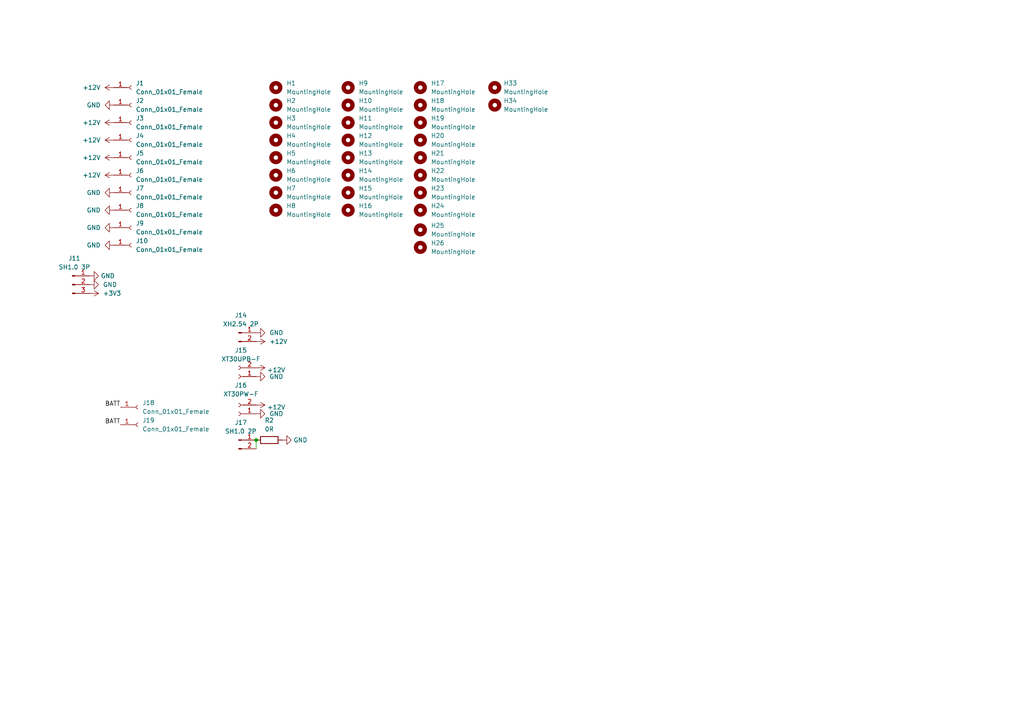
<source format=kicad_sch>
(kicad_sch (version 20230121) (generator eeschema)
  (paper "A4")
  (title_block (title "layer 2 schematic drawing") (date "2023-11-10") (company "8076ducc Robotics Competition Team"))
  (lib_symbols
    (symbol "+12V_1" (power) (pin_names (offset 0))
      (property "Value" "+12V_1" (at 0 3.556 0))
      (symbol "+12V_1_0_1"
        (polyline (pts (xy -0.762 1.27) (xy 0 2.54)))
        (polyline (pts (xy 0 0) (xy 0 2.54)))
        (polyline (pts (xy 0 2.54) (xy 0.762 1.27)))
      )
      (symbol "+12V_1_1_1"
        (pin power_in line (at 0 0 90) (length 0) hide (name "+12V") (number "1"))
      )
    )
    (symbol "Connector:Conn_01x01_Female" (pin_names (offset 1.016) hide)
      (property "Reference" "J" (at 0 2.54 0))
      (property "Value" "Conn_01x01_Female" (at 0 -2.54 0))
      (symbol "Conn_01x01_Female_1_1"
        (polyline (pts (xy -1.27 0) (xy -0.508 0)) (stroke (width 0.1524)))
        (arc (start 0 0.508) (mid -0.5058 0) (end 0 -0.508) (stroke (width 0.1524)))
        (pin passive line (at -5.08 0 0) (length 3.81) (name "Pin_1") (number "1"))
      )
    )
    (symbol "Connector:Conn_01x02_Female" (pin_names (offset 1.016) hide)
      (property "Reference" "J" (at 0 2.54 0))
      (property "Value" "Conn_01x02_Female" (at 0 -5.08 0))
      (symbol "Conn_01x02_Female_1_1"
        (arc (start 0 -2.032) (mid -0.5058 -2.54) (end 0 -3.048) (stroke (width 0.1524)))
        (polyline (pts (xy -1.27 -2.54) (xy -0.508 -2.54)) (stroke (width 0.1524)))
        (polyline (pts (xy -1.27 0) (xy -0.508 0)) (stroke (width 0.1524)))
        (arc (start 0 0.508) (mid -0.5058 0) (end 0 -0.508) (stroke (width 0.1524)))
        (pin passive line (at -5.08 0 0) (length 3.81) (name "Pin_1") (number "1"))
        (pin passive line (at -5.08 -2.54 0) (length 3.81) (name "Pin_2") (number "2"))
      )
    )
    (symbol "Connector:Conn_01x02_Pin" (pin_names (offset 1.016) hide)
      (property "Reference" "J" (at 0 2.54 0))
      (property "Value" "Conn_01x02_Pin" (at 0 -5.08 0))
      (symbol "Conn_01x02_Pin_1_1"
        (polyline (pts (xy 1.27 -2.54) (xy 0.8636 -2.54)) (stroke (width 0.1524)))
        (polyline (pts (xy 1.27 0) (xy 0.8636 0)) (stroke (width 0.1524)))
        (rectangle (start 0.8636 -2.413) (end 0 -2.667) (stroke (width 0.1524)) (fill (type outline)))
        (rectangle (start 0.8636 0.127) (end 0 -0.127) (stroke (width 0.1524)) (fill (type outline)))
        (pin passive line (at 5.08 0 180) (length 3.81) (name "Pin_1") (number "1"))
        (pin passive line (at 5.08 -2.54 180) (length 3.81) (name "Pin_2") (number "2"))
      )
    )
    (symbol "Connector:Conn_01x03_Pin" (pin_names (offset 1.016) hide)
      (property "Reference" "J" (at 0 5.08 0))
      (property "Value" "Conn_01x03_Pin" (at 0 -5.08 0))
      (symbol "Conn_01x03_Pin_1_1"
        (polyline (pts (xy 1.27 -2.54) (xy 0.8636 -2.54)) (stroke (width 0.1524)))
        (polyline (pts (xy 1.27 0) (xy 0.8636 0)) (stroke (width 0.1524)))
        (polyline (pts (xy 1.27 2.54) (xy 0.8636 2.54)) (stroke (width 0.1524)))
        (rectangle (start 0.8636 -2.413) (end 0 -2.667) (stroke (width 0.1524)) (fill (type outline)))
        (rectangle (start 0.8636 0.127) (end 0 -0.127) (stroke (width 0.1524)) (fill (type outline)))
        (rectangle (start 0.8636 2.667) (end 0 2.413) (stroke (width 0.1524)) (fill (type outline)))
        (pin passive line (at 5.08 2.54 180) (length 3.81) (name "Pin_1") (number "1"))
        (pin passive line (at 5.08 0 180) (length 3.81) (name "Pin_2") (number "2"))
        (pin passive line (at 5.08 -2.54 180) (length 3.81) (name "Pin_3") (number "3"))
      )
    )
    (symbol "Device:R" (pin_numbers hide) (pin_names (offset 0))
      (property "Reference" "R" (at 2.032 0 90))
      (property "Value" "R" (at 0 0 90))
      (symbol "R_0_1"
        (rectangle (start -1.016 -2.54) (end 1.016 2.54) (stroke (width 0.254)))
      )
      (symbol "R_1_1"
        (pin passive line (at 0 3.81 270) (length 1.27) (name "~") (number "1"))
        (pin passive line (at 0 -3.81 90) (length 1.27) (name "~") (number "2"))
      )
    )
    (symbol "GND_1" (power) (pin_names (offset 0))
      (property "Value" "GND_1" (at 0 -3.81 0))
      (symbol "GND_1_0_1"
        (polyline (pts (xy 0 0) (xy 0 -1.27) (xy 1.27 -1.27) (xy 0 -2.54) (xy -1.27 -1.27) (xy 0 -1.27)))
      )
      (symbol "GND_1_1_1"
        (pin power_in line (at 0 0 270) (length 0) hide (name "GND") (number "1"))
      )
    )
    (symbol "Mechanical:MountingHole" (pin_names (offset 1.016))
      (property "Reference" "H" (at 0 5.08 0))
      (property "Value" "MountingHole" (at 0 3.175 0))
      (symbol "MountingHole_0_1"
        (circle (center 0 0) (radius 1.27) (stroke (width 1.27)))
      )
    )
    (symbol "power:+12V" (power) (pin_names (offset 0))
      (property "Value" "+12V" (at 0 3.556 0))
      (symbol "+12V_0_1"
        (polyline (pts (xy -0.762 1.27) (xy 0 2.54)))
        (polyline (pts (xy 0 0) (xy 0 2.54)))
        (polyline (pts (xy 0 2.54) (xy 0.762 1.27)))
      )
      (symbol "+12V_1_1"
        (pin power_in line (at 0 0 90) (length 0) hide (name "+12V") (number "1"))
      )
    )
    (symbol "power:+3V3" (power) (pin_names (offset 0))
      (property "Value" "+3V3" (at 0 3.556 0))
      (symbol "+3V3_0_1"
        (polyline (pts (xy -0.762 1.27) (xy 0 2.54)))
        (polyline (pts (xy 0 0) (xy 0 2.54)))
        (polyline (pts (xy 0 2.54) (xy 0.762 1.27)))
      )
      (symbol "+3V3_1_1"
        (pin power_in line (at 0 0 90) (length 0) hide (name "+3V3") (number "1"))
      )
    )
    (symbol "power:GND" (power) (pin_names (offset 0))
      (property "Value" "GND" (at 0 -3.81 0))
      (symbol "GND_0_1"
        (polyline (pts (xy 0 0) (xy 0 -1.27) (xy 1.27 -1.27) (xy 0 -2.54) (xy -1.27 -1.27) (xy 0 -1.27)))
      )
      (symbol "GND_1_1"
        (pin power_in line (at 0 0 270) (length 0) hide (name "GND") (number "1"))
      )
    )
  )
  (junction (at 74.295 127.635))
  (wire (pts (xy 74.295 127.635) (xy 74.295 130.175)))
  (label "BATT" (at 34.925 123.19 180))
  (label "BATT" (at 34.925 118.11 180))
  (symbol (lib_id "Connector:Conn_01x01_Female") (at 38.1 60.96 0) (unit 1)
    (property "Reference" "J8" (at 39.37 59.6899 0) (effects (justify left)))
    (property "Value" "Conn_01x01_Female" (at 39.37 62.2299 0) (effects (justify left)))
    (property "Footprint" "Connector_Wire:SolderWire-2sqmm_1x01_D2mm_OD3.9mm" (effects hide))
  )
  (symbol (lib_id "Connector:Conn_01x02_Pin") (at 69.215 127.635 0) (unit 1)
    (property "Reference" "J17" (at 69.85 122.555 0))
    (property "Value" "SH1.0 2P" (at 69.85 125.095 0))
    (property "Footprint" "Connector_JST:JST_SH_SM02B-SRSS-TB_1x02-1MP_P1.00mm_Horizontal" (effects hide))
  )
  (symbol (lib_id "power:GND") (at 26.035 82.55 90) (unit 1)
    (property "Reference" "#PWR02" (effects hide))
    (property "Value" "GND" (at 29.845 82.55 90) (effects (justify right)))
  )
  (symbol (lib_id "Connector:Conn_01x01_Female") (at 40.005 123.19 0) (unit 1)
    (property "Reference" "J19" (at 41.275 121.9199 0) (effects (justify left)))
    (property "Value" "Conn_01x01_Female" (at 41.275 124.4599 0) (effects (justify left)))
    (property "Footprint" "Connector_Wire:SolderWire-2.5sqmm_1x01_D2.4mm_OD4.4mm" (effects hide))
  )
  (symbol (lib_id "Connector:Conn_01x02_Pin") (at 69.215 96.52 0) (unit 1)
    (property "Reference" "J14" (at 69.85 91.44 0))
    (property "Value" "XH2.54 2P" (at 69.85 93.98 0))
    (property "Footprint" "Connector_JST:JST_XH_B2B-XH-A_1x02_P2.50mm_Vertical" (effects hide))
  )
  (symbol (lib_name "GND_1") (lib_id "power:GND") (at 81.915 127.635 90) (unit 1)
    (property "Reference" "#PWR013" (effects hide))
    (property "Value" "GND" (at 85.09 127.635 90) (effects (justify right)))
  )
  (symbol (lib_id "Connector:Conn_01x03_Pin") (at 20.955 82.55 0) (unit 1)
    (property "Reference" "J11" (at 21.59 74.93 0))
    (property "Value" "SH1.0 3P" (at 21.59 77.47 0))
    (property "Footprint" "Connector_JST:JST_SH_SM03B-SRSS-TB_1x03-1MP_P1.00mm_Horizontal" (effects hide))
  )
  (symbol (lib_id "power:GND") (at 74.295 109.22 90) (unit 1)
    (property "Reference" "#PWR010" (effects hide))
    (property "Value" "GND" (at 78.105 109.22 90) (effects (justify right)))
  )
  (symbol (lib_id "Connector:Conn_01x01_Female") (at 38.1 66.04 0) (unit 1)
    (property "Reference" "J9" (at 39.37 64.7699 0) (effects (justify left)))
    (property "Value" "Conn_01x01_Female" (at 39.37 67.3099 0) (effects (justify left)))
    (property "Footprint" "Connector_Wire:SolderWire-2sqmm_1x01_D2mm_OD3.9mm" (effects hide))
  )
  (symbol (lib_id "Mechanical:MountingHole") (at 121.92 66.675 0) (unit 1)
    (property "Reference" "H25" (at 124.968 65.4049 0) (effects (justify left)))
    (property "Value" "MountingHole" (at 124.968 67.9449 0) (effects (justify left)))
    (property "Footprint" "MountingHole:MountingHole_3.2mm_M3_Pad" (effects hide))
  )
  (symbol (lib_id "Mechanical:MountingHole") (at 100.965 25.4 0) (unit 1)
    (property "Reference" "H9" (at 104.013 24.1299 0) (effects (justify left)))
    (property "Value" "MountingHole" (at 104.013 26.6699 0) (effects (justify left)))
    (property "Footprint" "MountingHole:MountingHole_3.2mm_M3_Pad" (effects hide))
  )
  (symbol (lib_id "Mechanical:MountingHole") (at 100.965 45.72 0) (unit 1)
    (property "Reference" "H13" (at 104.013 44.4499 0) (effects (justify left)))
    (property "Value" "MountingHole" (at 104.013 46.9899 0) (effects (justify left)))
    (property "Footprint" "MountingHole:MountingHole_3.2mm_M3_Pad" (effects hide))
  )
  (symbol (lib_id "power:+3V3") (at 26.035 85.09 270) (unit 1)
    (property "Reference" "#PWR016" (effects hide))
    (property "Value" "+3V3" (at 29.845 85.09 90) (effects (justify left)))
  )
  (symbol (lib_id "power:GND") (at 33.02 71.12 270) (unit 1)
    (property "Reference" "#PWR0105" (effects hide))
    (property "Value" "GND" (at 29.21 71.1199 90) (effects (justify right)))
  )
  (symbol (lib_id "Mechanical:MountingHole") (at 121.92 40.64 0) (unit 1)
    (property "Reference" "H20" (at 124.968 39.3699 0) (effects (justify left)))
    (property "Value" "MountingHole" (at 124.968 41.9099 0) (effects (justify left)))
    (property "Footprint" "MountingHole:MountingHole_3.2mm_M3_Pad" (effects hide))
  )
  (symbol (lib_id "power:+12V") (at 33.02 45.72 90) (unit 1)
    (property "Reference" "#PWR019" (effects hide))
    (property "Value" "+12V" (at 29.21 45.7199 90) (effects (justify left)))
  )
  (symbol (lib_id "power:GND") (at 33.02 66.04 270) (unit 1)
    (property "Reference" "#PWR018" (effects hide))
    (property "Value" "GND" (at 29.21 66.0399 90) (effects (justify right)))
  )
  (symbol (lib_id "Connector:Conn_01x02_Female") (at 69.215 120.015 180) (unit 1)
    (property "Reference" "J16" (at 69.85 111.76 0))
    (property "Value" "XT30PW-F" (at 69.85 114.3 0))
    (property "Footprint" "Connector_AMASS:AMASS_XT30PW-F_1x02_P2.50mm_Horizontal" (effects hide))
  )
  (symbol (lib_id "power:GND") (at 26.035 80.01 90) (unit 1)
    (property "Reference" "#PWR01" (effects hide))
    (property "Value" "GND" (at 29.21 80.01 90) (effects (justify right)))
  )
  (symbol (lib_id "power:GND") (at 74.295 120.015 90) (unit 1)
    (property "Reference" "#PWR012" (effects hide))
    (property "Value" "GND" (at 78.105 120.015 90) (effects (justify right)))
  )
  (symbol (lib_id "Mechanical:MountingHole") (at 121.92 55.88 0) (unit 1)
    (property "Reference" "H23" (at 124.968 54.6099 0) (effects (justify left)))
    (property "Value" "MountingHole" (at 124.968 57.1499 0) (effects (justify left)))
    (property "Footprint" "MountingHole:MountingHole_3.2mm_M3_Pad" (effects hide))
  )
  (symbol (lib_id "power:GND") (at 74.295 96.52 90) (unit 1)
    (property "Reference" "#PWR07" (effects hide))
    (property "Value" "GND" (at 78.105 96.52 90) (effects (justify right)))
  )
  (symbol (lib_name "+12V_1") (lib_id "power:+12V") (at 74.295 106.68 270) (unit 1)
    (property "Reference" "#PWR09" (effects hide))
    (property "Value" "+12V" (at 77.47 107.315 90) (effects (justify left)))
  )
  (symbol (lib_id "power:GND") (at 33.02 60.96 270) (unit 1)
    (property "Reference" "#PWR0103" (effects hide))
    (property "Value" "GND" (at 29.21 60.9599 90) (effects (justify right)))
  )
  (symbol (lib_id "Connector:Conn_01x01_Female") (at 38.1 45.72 0) (unit 1)
    (property "Reference" "J5" (at 39.37 44.4499 0) (effects (justify left)))
    (property "Value" "Conn_01x01_Female" (at 39.37 46.9899 0) (effects (justify left)))
    (property "Footprint" "Connector_Wire:SolderWire-2sqmm_1x01_D2mm_OD3.9mm" (effects hide))
  )
  (symbol (lib_id "Mechanical:MountingHole") (at 80.01 25.4 0) (unit 1)
    (property "Reference" "H1" (at 83.058 24.1299 0) (effects (justify left)))
    (property "Value" "MountingHole" (at 83.058 26.6699 0) (effects (justify left)))
    (property "Footprint" "MountingHole:MountingHole_3.2mm_M3_Pad" (effects hide))
  )
  (symbol (lib_id "power:GND") (at 33.02 30.48 270) (unit 1)
    (property "Reference" "#PWR0109" (effects hide))
    (property "Value" "GND" (at 29.21 30.4799 90) (effects (justify right)))
  )
  (symbol (lib_id "Connector:Conn_01x01_Female") (at 38.1 30.48 0) (unit 1)
    (property "Reference" "J2" (at 39.37 29.2099 0) (effects (justify left)))
    (property "Value" "Conn_01x01_Female" (at 39.37 31.7499 0) (effects (justify left)))
    (property "Footprint" "Connector_Wire:SolderWire-2.5sqmm_1x01_D2.4mm_OD4.4mm" (effects hide))
  )
  (symbol (lib_id "power:+12V") (at 33.02 40.64 90) (unit 1)
    (property "Reference" "#PWR0104" (effects hide))
    (property "Value" "+12V" (at 29.21 40.6399 90) (effects (justify left)))
  )
  (symbol (lib_id "Mechanical:MountingHole") (at 100.965 60.96 0) (unit 1)
    (property "Reference" "H16" (at 104.013 59.6899 0) (effects (justify left)))
    (property "Value" "MountingHole" (at 104.013 62.2299 0) (effects (justify left)))
    (property "Footprint" "MountingHole:MountingHole_3.2mm_M3_Pad" (effects hide))
  )
  (symbol (lib_id "Device:R") (at 78.105 127.635 90) (unit 1)
    (property "Reference" "R2" (at 78.105 121.92 90))
    (property "Value" "0R" (at 78.105 124.46 90))
    (property "Footprint" "Resistor_SMD:R_2512_6332Metric" (effects hide))
  )
  (symbol (lib_id "Mechanical:MountingHole") (at 80.01 55.88 0) (unit 1)
    (property "Reference" "H7" (at 83.058 54.6099 0) (effects (justify left)))
    (property "Value" "MountingHole" (at 83.058 57.1499 0) (effects (justify left)))
    (property "Footprint" "MountingHole:MountingHole_3.2mm_M3_Pad" (effects hide))
  )
  (symbol (lib_id "power:GND") (at 33.02 55.88 270) (unit 1)
    (property "Reference" "#PWR017" (effects hide))
    (property "Value" "GND" (at 29.21 55.8799 90) (effects (justify right)))
  )
  (symbol (lib_id "Mechanical:MountingHole") (at 121.92 45.72 0) (unit 1)
    (property "Reference" "H21" (at 124.968 44.4499 0) (effects (justify left)))
    (property "Value" "MountingHole" (at 124.968 46.9899 0) (effects (justify left)))
    (property "Footprint" "MountingHole:MountingHole_3.2mm_M3_Pad" (effects hide))
  )
  (symbol (lib_id "Mechanical:MountingHole") (at 100.965 40.64 0) (unit 1)
    (property "Reference" "H12" (at 104.013 39.3699 0) (effects (justify left)))
    (property "Value" "MountingHole" (at 104.013 41.9099 0) (effects (justify left)))
    (property "Footprint" "MountingHole:MountingHole_3.2mm_M3_Pad" (effects hide))
  )
  (symbol (lib_id "Connector:Conn_01x02_Female") (at 69.215 109.22 180) (unit 1)
    (property "Reference" "J15" (at 69.85 101.6 0))
    (property "Value" "XT30UPB-F" (at 69.85 104.14 0))
    (property "Footprint" "Connector_AMASS:AMASS_XT30UPB-F_1x02_P5.0mm_Vertical" (effects hide))
  )
  (symbol (lib_id "Mechanical:MountingHole") (at 100.965 55.88 0) (unit 1)
    (property "Reference" "H15" (at 104.013 54.6099 0) (effects (justify left)))
    (property "Value" "MountingHole" (at 104.013 57.1499 0) (effects (justify left)))
    (property "Footprint" "MountingHole:MountingHole_3.2mm_M3_Pad" (effects hide))
  )
  (symbol (lib_id "Mechanical:MountingHole") (at 80.01 60.96 0) (unit 1)
    (property "Reference" "H8" (at 83.058 59.6899 0) (effects (justify left)))
    (property "Value" "MountingHole" (at 83.058 62.2299 0) (effects (justify left)))
    (property "Footprint" "MountingHole:MountingHole_3.2mm_M3_Pad" (effects hide))
  )
  (symbol (lib_id "Mechanical:MountingHole") (at 121.92 25.4 0) (unit 1)
    (property "Reference" "H17" (at 124.968 24.1299 0) (effects (justify left)))
    (property "Value" "MountingHole" (at 124.968 26.6699 0) (effects (justify left)))
    (property "Footprint" "MountingHole:MountingHole_3.2mm_M3_Pad" (effects hide))
  )
  (symbol (lib_id "Mechanical:MountingHole") (at 80.01 50.8 0) (unit 1)
    (property "Reference" "H6" (at 83.058 49.5299 0) (effects (justify left)))
    (property "Value" "MountingHole" (at 83.058 52.0699 0) (effects (justify left)))
    (property "Footprint" "MountingHole:MountingHole_3.2mm_M3_Pad" (effects hide))
  )
  (symbol (lib_id "Connector:Conn_01x01_Female") (at 38.1 35.56 0) (unit 1)
    (property "Reference" "J3" (at 39.37 34.2899 0) (effects (justify left)))
    (property "Value" "Conn_01x01_Female" (at 39.37 36.8299 0) (effects (justify left)))
    (property "Footprint" "Connector_Wire:SolderWire-2sqmm_1x01_D2mm_OD3.9mm" (effects hide))
  )
  (symbol (lib_id "power:+12V") (at 33.02 50.8 90) (unit 1)
    (property "Reference" "#PWR020" (effects hide))
    (property "Value" "+12V" (at 29.21 50.7999 90) (effects (justify left)))
  )
  (symbol (lib_id "Connector:Conn_01x01_Female") (at 38.1 50.8 0) (unit 1)
    (property "Reference" "J6" (at 39.37 49.5299 0) (effects (justify left)))
    (property "Value" "Conn_01x01_Female" (at 39.37 52.0699 0) (effects (justify left)))
    (property "Footprint" "Connector_Wire:SolderWire-2sqmm_1x01_D2mm_OD3.9mm" (effects hide))
  )
  (symbol (lib_id "Mechanical:MountingHole") (at 143.51 25.4 0) (unit 1)
    (property "Reference" "H33" (at 146.05 24.1299 0) (effects (justify left)))
    (property "Value" "MountingHole" (at 146.05 26.6699 0) (effects (justify left)))
    (property "Footprint" "MountingHole:MountingHole_2.2mm_M2_Pad" (effects hide))
  )
  (symbol (lib_id "Mechanical:MountingHole") (at 121.92 35.56 0) (unit 1)
    (property "Reference" "H19" (at 124.968 34.2899 0) (effects (justify left)))
    (property "Value" "MountingHole" (at 124.968 36.8299 0) (effects (justify left)))
    (property "Footprint" "MountingHole:MountingHole_3.2mm_M3_Pad" (effects hide))
  )
  (symbol (lib_id "Mechanical:MountingHole") (at 80.01 40.64 0) (unit 1)
    (property "Reference" "H4" (at 83.058 39.3699 0) (effects (justify left)))
    (property "Value" "MountingHole" (at 83.058 41.9099 0) (effects (justify left)))
    (property "Footprint" "MountingHole:MountingHole_3.2mm_M3_Pad" (effects hide))
  )
  (symbol (lib_id "power:+12V") (at 33.02 35.56 90) (unit 1)
    (property "Reference" "#PWR0101" (effects hide))
    (property "Value" "+12V" (at 29.21 35.5599 90) (effects (justify left)))
  )
  (symbol (lib_id "Mechanical:MountingHole") (at 121.92 30.48 0) (unit 1)
    (property "Reference" "H18" (at 124.968 29.2099 0) (effects (justify left)))
    (property "Value" "MountingHole" (at 124.968 31.7499 0) (effects (justify left)))
    (property "Footprint" "MountingHole:MountingHole_3.2mm_M3_Pad" (effects hide))
  )
  (symbol (lib_name "+12V_1") (lib_id "power:+12V") (at 74.295 117.475 270) (unit 1)
    (property "Reference" "#PWR011" (effects hide))
    (property "Value" "+12V" (at 77.47 118.11 90) (effects (justify left)))
  )
  (symbol (lib_id "Connector:Conn_01x01_Female") (at 38.1 25.4 0) (unit 1)
    (property "Reference" "J1" (at 39.37 24.1299 0) (effects (justify left)))
    (property "Value" "Conn_01x01_Female" (at 39.37 26.6699 0) (effects (justify left)))
    (property "Footprint" "Connector_Wire:SolderWire-2.5sqmm_1x01_D2.4mm_OD4.4mm" (effects hide))
  )
  (symbol (lib_id "Mechanical:MountingHole") (at 80.01 45.72 0) (unit 1)
    (property "Reference" "H5" (at 83.058 44.4499 0) (effects (justify left)))
    (property "Value" "MountingHole" (at 83.058 46.9899 0) (effects (justify left)))
    (property "Footprint" "MountingHole:MountingHole_3.2mm_M3_Pad" (effects hide))
  )
  (symbol (lib_id "Mechanical:MountingHole") (at 100.965 30.48 0) (unit 1)
    (property "Reference" "H10" (at 104.013 29.2099 0) (effects (justify left)))
    (property "Value" "MountingHole" (at 104.013 31.7499 0) (effects (justify left)))
    (property "Footprint" "MountingHole:MountingHole_3.2mm_M3_Pad" (effects hide))
  )
  (symbol (lib_id "power:+12V") (at 33.02 25.4 90) (unit 1)
    (property "Reference" "#PWR0110" (effects hide))
    (property "Value" "+12V" (at 29.21 25.3999 90) (effects (justify left)))
  )
  (symbol (lib_id "Mechanical:MountingHole") (at 121.92 50.8 0) (unit 1)
    (property "Reference" "H22" (at 124.968 49.5299 0) (effects (justify left)))
    (property "Value" "MountingHole" (at 124.968 52.0699 0) (effects (justify left)))
    (property "Footprint" "MountingHole:MountingHole_3.2mm_M3_Pad" (effects hide))
  )
  (symbol (lib_id "Connector:Conn_01x01_Female") (at 38.1 71.12 0) (unit 1)
    (property "Reference" "J10" (at 39.37 69.8499 0) (effects (justify left)))
    (property "Value" "Conn_01x01_Female" (at 39.37 72.3899 0) (effects (justify left)))
    (property "Footprint" "Connector_Wire:SolderWire-2sqmm_1x01_D2mm_OD3.9mm" (effects hide))
  )
  (symbol (lib_id "Mechanical:MountingHole") (at 121.92 71.755 0) (unit 1)
    (property "Reference" "H26" (at 124.968 70.4849 0) (effects (justify left)))
    (property "Value" "MountingHole" (at 124.968 73.0249 0) (effects (justify left)))
    (property "Footprint" "MountingHole:MountingHole_3.2mm_M3_Pad" (effects hide))
  )
  (symbol (lib_id "Connector:Conn_01x01_Female") (at 38.1 40.64 0) (unit 1)
    (property "Reference" "J4" (at 39.37 39.3699 0) (effects (justify left)))
    (property "Value" "Conn_01x01_Female" (at 39.37 41.9099 0) (effects (justify left)))
    (property "Footprint" "Connector_Wire:SolderWire-2sqmm_1x01_D2mm_OD3.9mm" (effects hide))
  )
  (symbol (lib_id "Mechanical:MountingHole") (at 121.92 60.96 0) (unit 1)
    (property "Reference" "H24" (at 124.968 59.6899 0) (effects (justify left)))
    (property "Value" "MountingHole" (at 124.968 62.2299 0) (effects (justify left)))
    (property "Footprint" "MountingHole:MountingHole_3.2mm_M3_Pad" (effects hide))
  )
  (symbol (lib_id "Connector:Conn_01x01_Female") (at 40.005 118.11 0) (unit 1)
    (property "Reference" "J18" (at 41.275 116.8399 0) (effects (justify left)))
    (property "Value" "Conn_01x01_Female" (at 41.275 119.3799 0) (effects (justify left)))
    (property "Footprint" "Connector_Wire:SolderWire-2.5sqmm_1x01_D2.4mm_OD4.4mm" (effects hide))
  )
  (symbol (lib_id "Mechanical:MountingHole") (at 80.01 35.56 0) (unit 1)
    (property "Reference" "H3" (at 83.058 34.2899 0) (effects (justify left)))
    (property "Value" "MountingHole" (at 83.058 36.8299 0) (effects (justify left)))
    (property "Footprint" "MountingHole:MountingHole_3.2mm_M3_Pad" (effects hide))
  )
  (symbol (lib_id "Mechanical:MountingHole") (at 100.965 50.8 0) (unit 1)
    (property "Reference" "H14" (at 104.013 49.5299 0) (effects (justify left)))
    (property "Value" "MountingHole" (at 104.013 52.0699 0) (effects (justify left)))
    (property "Footprint" "MountingHole:MountingHole_3.2mm_M3_Pad" (effects hide))
  )
  (symbol (lib_id "Mechanical:MountingHole") (at 80.01 30.48 0) (unit 1)
    (property "Reference" "H2" (at 83.058 29.2099 0) (effects (justify left)))
    (property "Value" "MountingHole" (at 83.058 31.7499 0) (effects (justify left)))
    (property "Footprint" "MountingHole:MountingHole_3.2mm_M3_Pad" (effects hide))
  )
  (symbol (lib_id "Mechanical:MountingHole") (at 143.51 30.48 0) (unit 1)
    (property "Reference" "H34" (at 146.05 29.2099 0) (effects (justify left)))
    (property "Value" "MountingHole" (at 146.05 31.7499 0) (effects (justify left)))
    (property "Footprint" "MountingHole:MountingHole_2.2mm_M2_Pad" (effects hide))
  )
  (symbol (lib_id "Connector:Conn_01x01_Female") (at 38.1 55.88 0) (unit 1)
    (property "Reference" "J7" (at 39.37 54.6099 0) (effects (justify left)))
    (property "Value" "Conn_01x01_Female" (at 39.37 57.1499 0) (effects (justify left)))
    (property "Footprint" "Connector_Wire:SolderWire-2sqmm_1x01_D2mm_OD3.9mm" (effects hide))
  )
  (symbol (lib_id "Mechanical:MountingHole") (at 100.965 35.56 0) (unit 1)
    (property "Reference" "H11" (at 104.013 34.2899 0) (effects (justify left)))
    (property "Value" "MountingHole" (at 104.013 36.8299 0) (effects (justify left)))
    (property "Footprint" "MountingHole:MountingHole_3.2mm_M3_Pad" (effects hide))
  )
  (symbol (lib_name "+12V_1") (lib_id "power:+12V") (at 74.295 99.06 270) (unit 1)
    (property "Reference" "#PWR08" (effects hide))
    (property "Value" "+12V" (at 78.105 99.06 90) (effects (justify left)))
  )
)
</source>
